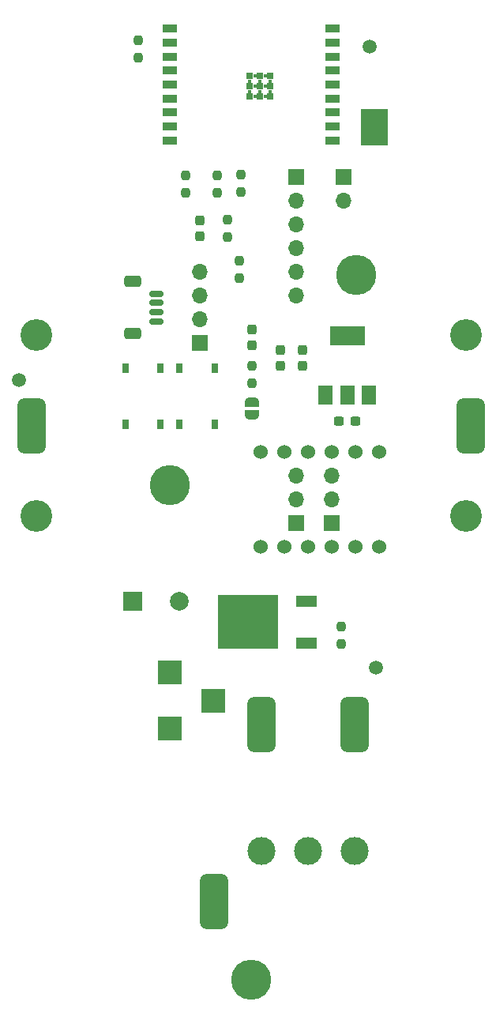
<source format=gbr>
%TF.GenerationSoftware,KiCad,Pcbnew,(6.0.1)*%
%TF.CreationDate,2022-02-05T18:26:11+11:00*%
%TF.ProjectId,ESP32_LED_Controller_v1,45535033-325f-44c4-9544-5f436f6e7472,rev?*%
%TF.SameCoordinates,Original*%
%TF.FileFunction,Soldermask,Top*%
%TF.FilePolarity,Negative*%
%FSLAX46Y46*%
G04 Gerber Fmt 4.6, Leading zero omitted, Abs format (unit mm)*
G04 Created by KiCad (PCBNEW (6.0.1)) date 2022-02-05 18:26:11*
%MOMM*%
%LPD*%
G01*
G04 APERTURE LIST*
G04 Aperture macros list*
%AMRoundRect*
0 Rectangle with rounded corners*
0 $1 Rounding radius*
0 $2 $3 $4 $5 $6 $7 $8 $9 X,Y pos of 4 corners*
0 Add a 4 corners polygon primitive as box body*
4,1,4,$2,$3,$4,$5,$6,$7,$8,$9,$2,$3,0*
0 Add four circle primitives for the rounded corners*
1,1,$1+$1,$2,$3*
1,1,$1+$1,$4,$5*
1,1,$1+$1,$6,$7*
1,1,$1+$1,$8,$9*
0 Add four rect primitives between the rounded corners*
20,1,$1+$1,$2,$3,$4,$5,0*
20,1,$1+$1,$4,$5,$6,$7,0*
20,1,$1+$1,$6,$7,$8,$9,0*
20,1,$1+$1,$8,$9,$2,$3,0*%
%AMFreePoly0*
4,1,22,0.500000,-0.750000,0.000000,-0.750000,0.000000,-0.745033,-0.079941,-0.743568,-0.215256,-0.701293,-0.333266,-0.622738,-0.424486,-0.514219,-0.481581,-0.384460,-0.499164,-0.250000,-0.500000,-0.250000,-0.500000,0.250000,-0.499164,0.250000,-0.499963,0.256109,-0.478152,0.396186,-0.417904,0.524511,-0.324060,0.630769,-0.204165,0.706417,-0.067858,0.745374,0.000000,0.744959,0.000000,0.750000,
0.500000,0.750000,0.500000,-0.750000,0.500000,-0.750000,$1*%
%AMFreePoly1*
4,1,20,0.000000,0.744959,0.073905,0.744508,0.209726,0.703889,0.328688,0.626782,0.421226,0.519385,0.479903,0.390333,0.500000,0.250000,0.500000,-0.250000,0.499851,-0.262216,0.476331,-0.402017,0.414519,-0.529596,0.319384,-0.634700,0.198574,-0.708877,0.061801,-0.746166,0.000000,-0.745033,0.000000,-0.750000,-0.500000,-0.750000,-0.500000,0.750000,0.000000,0.750000,0.000000,0.744959,
0.000000,0.744959,$1*%
G04 Aperture macros list end*
%ADD10R,3.000000X4.000000*%
%ADD11RoundRect,0.237500X-0.237500X0.300000X-0.237500X-0.300000X0.237500X-0.300000X0.237500X0.300000X0*%
%ADD12RoundRect,0.750000X0.750000X-2.250000X0.750000X2.250000X-0.750000X2.250000X-0.750000X-2.250000X0*%
%ADD13R,1.700000X1.700000*%
%ADD14O,1.700000X1.700000*%
%ADD15RoundRect,0.237500X0.237500X-0.250000X0.237500X0.250000X-0.237500X0.250000X-0.237500X-0.250000X0*%
%ADD16R,2.500000X2.500000*%
%ADD17RoundRect,0.237500X-0.237500X0.250000X-0.237500X-0.250000X0.237500X-0.250000X0.237500X0.250000X0*%
%ADD18R,1.500000X2.000000*%
%ADD19R,3.800000X2.000000*%
%ADD20C,1.500000*%
%ADD21RoundRect,0.237500X-0.237500X0.287500X-0.237500X-0.287500X0.237500X-0.287500X0.237500X0.287500X0*%
%ADD22FreePoly0,270.000000*%
%ADD23FreePoly1,270.000000*%
%ADD24R,2.200000X1.200000*%
%ADD25R,6.400000X5.800000*%
%ADD26RoundRect,0.237500X0.237500X-0.287500X0.237500X0.287500X-0.237500X0.287500X-0.237500X-0.287500X0*%
%ADD27R,2.000000X2.000000*%
%ADD28C,2.000000*%
%ADD29C,3.000000*%
%ADD30C,4.300000*%
%ADD31C,1.524000*%
%ADD32RoundRect,0.750000X-0.750000X2.250000X-0.750000X-2.250000X0.750000X-2.250000X0.750000X2.250000X0*%
%ADD33RoundRect,0.237500X0.300000X0.237500X-0.300000X0.237500X-0.300000X-0.237500X0.300000X-0.237500X0*%
%ADD34R,0.750000X1.000000*%
%ADD35R,1.500000X0.900000*%
%ADD36C,0.420000*%
%ADD37R,0.700000X0.700000*%
%ADD38C,3.400000*%
%ADD39RoundRect,0.150000X0.625000X-0.150000X0.625000X0.150000X-0.625000X0.150000X-0.625000X-0.150000X0*%
%ADD40RoundRect,0.250000X0.650000X-0.350000X0.650000X0.350000X-0.650000X0.350000X-0.650000X-0.350000X0*%
G04 APERTURE END LIST*
D10*
%TO.C,J11*%
X72920000Y-38980000D03*
%TD*%
D11*
%TO.C,C2*%
X62825000Y-62817500D03*
X62825000Y-64542500D03*
%TD*%
D12*
%TO.C,Zip4*%
X36225000Y-70930000D03*
%TD*%
D13*
%TO.C,J4*%
X54225000Y-62080000D03*
D14*
X54225000Y-59540000D03*
X54225000Y-57000000D03*
X54225000Y-54460000D03*
%TD*%
D15*
%TO.C,R7*%
X69420000Y-94292500D03*
X69420000Y-92467500D03*
%TD*%
D16*
%TO.C,J3*%
X50975000Y-97380000D03*
X50975000Y-103380000D03*
X55675000Y-100380000D03*
%TD*%
D17*
%TO.C,R1*%
X47620000Y-29667500D03*
X47620000Y-31492500D03*
%TD*%
D18*
%TO.C,U1*%
X67725000Y-67630000D03*
X70025000Y-67630000D03*
D19*
X70025000Y-61330000D03*
D18*
X72325000Y-67630000D03*
%TD*%
D20*
%TO.C,FID3*%
X73125000Y-96880000D03*
%TD*%
D12*
%TO.C,Zip3*%
X83225000Y-70930000D03*
%TD*%
D21*
%TO.C,D1*%
X59825000Y-60605000D03*
X59825000Y-62355000D03*
%TD*%
D22*
%TO.C,JP1*%
X59825000Y-68450000D03*
D23*
X59825000Y-69750000D03*
%TD*%
D17*
%TO.C,R6*%
X58420000Y-53267500D03*
X58420000Y-55092500D03*
%TD*%
D24*
%TO.C,FET1*%
X65675000Y-94265000D03*
D25*
X59375000Y-91985000D03*
D24*
X65675000Y-89705000D03*
%TD*%
D26*
%TO.C,D2*%
X54225000Y-50655000D03*
X54225000Y-48905000D03*
%TD*%
D15*
%TO.C,R2*%
X59825000Y-66353000D03*
X59825000Y-64528000D03*
%TD*%
D27*
%TO.C,C4*%
X47007323Y-89780000D03*
D28*
X52007323Y-89780000D03*
%TD*%
D29*
%TO.C,J5*%
X60825000Y-116480000D03*
X65825000Y-116480000D03*
X70825000Y-116480000D03*
%TD*%
D30*
%TO.C,MOUNT3*%
X70975000Y-54780000D03*
%TD*%
D17*
%TO.C,R8*%
X57225000Y-48867500D03*
X57225000Y-50692500D03*
%TD*%
D11*
%TO.C,C1*%
X65225000Y-62817500D03*
X65225000Y-64542500D03*
%TD*%
D15*
%TO.C,R3*%
X56120000Y-45942500D03*
X56120000Y-44117500D03*
%TD*%
D31*
%TO.C,LLC1*%
X60745000Y-83890000D03*
X63285000Y-83890000D03*
X65825000Y-83890000D03*
X68365000Y-83890000D03*
X70905000Y-83890000D03*
X73445000Y-83890000D03*
X73445000Y-73730000D03*
X70905000Y-73730000D03*
X68365000Y-73730000D03*
X65825000Y-73730000D03*
X63285000Y-73730000D03*
X60745000Y-73730000D03*
%TD*%
D32*
%TO.C,Zip1*%
X70825000Y-102980000D03*
%TD*%
D33*
%TO.C,C3*%
X70887500Y-70480000D03*
X69162500Y-70480000D03*
%TD*%
D34*
%TO.C,SW2*%
X52050000Y-70780000D03*
X52050000Y-64780000D03*
X55800000Y-70780000D03*
X55800000Y-64780000D03*
%TD*%
D15*
%TO.C,R5*%
X52725000Y-45942500D03*
X52725000Y-44117500D03*
%TD*%
D12*
%TO.C,Zip2*%
X55725000Y-121884826D03*
%TD*%
D34*
%TO.C,SW1*%
X46250000Y-64780000D03*
X46250000Y-70780000D03*
X50000000Y-70780000D03*
X50000000Y-64780000D03*
%TD*%
D20*
%TO.C,FID2*%
X34820000Y-66030000D03*
%TD*%
%TO.C,FID1*%
X72425000Y-30280000D03*
%TD*%
D35*
%TO.C,ESP1*%
X50975000Y-28380000D03*
X50975000Y-29880000D03*
X50975000Y-31380000D03*
X50975000Y-32880000D03*
X50975000Y-34380000D03*
X50975000Y-35880000D03*
X50975000Y-37380000D03*
X50975000Y-38880000D03*
X50975000Y-40380000D03*
X68475000Y-40380000D03*
X68475000Y-38880000D03*
X68475000Y-37380000D03*
X68475000Y-35880000D03*
X68475000Y-34380000D03*
X68475000Y-32880000D03*
X68475000Y-31380000D03*
X68475000Y-29880000D03*
X68475000Y-28380000D03*
D36*
X61785000Y-34030000D03*
D37*
X61785000Y-33480000D03*
D36*
X59535000Y-34030000D03*
X59585000Y-35130000D03*
X60135000Y-33480000D03*
X60685000Y-35130000D03*
D37*
X60685000Y-34580000D03*
X60685000Y-33480000D03*
D36*
X61785000Y-35130000D03*
D37*
X59585000Y-33480000D03*
D36*
X60135000Y-34580000D03*
X61235000Y-33480000D03*
X61235000Y-34580000D03*
D37*
X61785000Y-34580000D03*
X60685000Y-35680000D03*
D36*
X61235000Y-35680000D03*
D37*
X59585000Y-35680000D03*
D36*
X60685000Y-34030000D03*
D37*
X59585000Y-34580000D03*
X61785000Y-35680000D03*
D36*
X60135000Y-35680000D03*
%TD*%
D38*
%TO.C,SenMount1*%
X36725000Y-61230000D03*
X82725000Y-80630000D03*
X36725000Y-80630000D03*
X82725000Y-61230000D03*
%TD*%
D13*
%TO.C,J2*%
X69645000Y-44260000D03*
D14*
X69645000Y-46800000D03*
%TD*%
D15*
%TO.C,R4*%
X58620000Y-44055000D03*
X58620000Y-45880000D03*
%TD*%
D13*
%TO.C,J1*%
X64565000Y-44260000D03*
D14*
X64565000Y-46800000D03*
X64565000Y-49340000D03*
X64565000Y-51880000D03*
X64565000Y-54420000D03*
X64565000Y-56960000D03*
%TD*%
D32*
%TO.C,Zip5*%
X60825000Y-102980000D03*
%TD*%
D30*
%TO.C,MOUNT1*%
X50975000Y-77280000D03*
%TD*%
%TO.C,MOUNT2*%
X59725000Y-130280000D03*
%TD*%
D39*
%TO.C,J6*%
X49550000Y-59780000D03*
X49550000Y-58780000D03*
X49550000Y-57780000D03*
X49550000Y-56780000D03*
D40*
X47025000Y-55480000D03*
X47025000Y-61080000D03*
%TD*%
D13*
%TO.C,J7*%
X64575000Y-81405000D03*
D14*
X64575000Y-78865000D03*
X64575000Y-76325000D03*
%TD*%
D13*
%TO.C,J9*%
X68365000Y-81350000D03*
D14*
X68365000Y-78810000D03*
X68365000Y-76270000D03*
%TD*%
M02*

</source>
